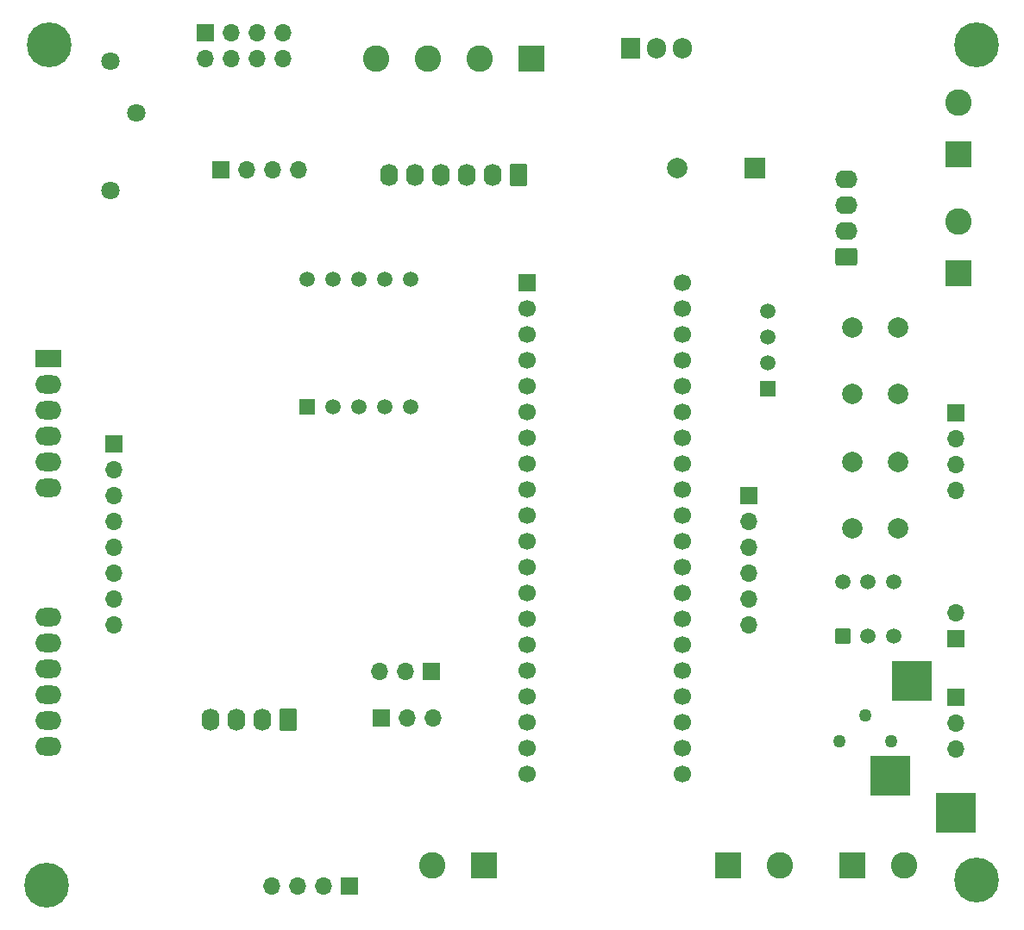
<source format=gbs>
G04 #@! TF.GenerationSoftware,KiCad,Pcbnew,8.0.1*
G04 #@! TF.CreationDate,2024-03-31T20:51:03-03:00*
G04 #@! TF.ProjectId,Shield STM32 Bluepill,53686965-6c64-4205-9354-4d333220426c,2.0*
G04 #@! TF.SameCoordinates,Original*
G04 #@! TF.FileFunction,Soldermask,Bot*
G04 #@! TF.FilePolarity,Negative*
%FSLAX46Y46*%
G04 Gerber Fmt 4.6, Leading zero omitted, Abs format (unit mm)*
G04 Created by KiCad (PCBNEW 8.0.1) date 2024-03-31 20:51:03*
%MOMM*%
%LPD*%
G01*
G04 APERTURE LIST*
G04 Aperture macros list*
%AMRoundRect*
0 Rectangle with rounded corners*
0 $1 Rounding radius*
0 $2 $3 $4 $5 $6 $7 $8 $9 X,Y pos of 4 corners*
0 Add a 4 corners polygon primitive as box body*
4,1,4,$2,$3,$4,$5,$6,$7,$8,$9,$2,$3,0*
0 Add four circle primitives for the rounded corners*
1,1,$1+$1,$2,$3*
1,1,$1+$1,$4,$5*
1,1,$1+$1,$6,$7*
1,1,$1+$1,$8,$9*
0 Add four rect primitives between the rounded corners*
20,1,$1+$1,$2,$3,$4,$5,0*
20,1,$1+$1,$4,$5,$6,$7,0*
20,1,$1+$1,$6,$7,$8,$9,0*
20,1,$1+$1,$8,$9,$2,$3,0*%
G04 Aperture macros list end*
%ADD10C,2.600000*%
%ADD11R,2.600000X2.600000*%
%ADD12RoundRect,0.250000X0.620000X0.845000X-0.620000X0.845000X-0.620000X-0.845000X0.620000X-0.845000X0*%
%ADD13O,1.740000X2.190000*%
%ADD14C,0.700000*%
%ADD15C,4.400000*%
%ADD16R,1.500000X1.500000*%
%ADD17C,1.500000*%
%ADD18R,1.700000X1.700000*%
%ADD19O,1.700000X1.700000*%
%ADD20C,2.000000*%
%ADD21R,2.000000X2.000000*%
%ADD22R,1.905000X2.000000*%
%ADD23O,1.905000X2.000000*%
%ADD24RoundRect,0.102000X-0.654000X-0.654000X0.654000X-0.654000X0.654000X0.654000X-0.654000X0.654000X0*%
%ADD25C,1.512000*%
%ADD26R,2.600000X1.800000*%
%ADD27O,2.600000X1.800000*%
%ADD28RoundRect,0.250000X0.845000X-0.620000X0.845000X0.620000X-0.845000X0.620000X-0.845000X-0.620000X0*%
%ADD29O,2.190000X1.740000*%
%ADD30C,1.700000*%
%ADD31C,1.800000*%
%ADD32C,1.260000*%
%ADD33R,4.000000X4.000000*%
G04 APERTURE END LIST*
D10*
X157475000Y-111557000D03*
D11*
X162555000Y-111557000D03*
D12*
X165862000Y-43688000D03*
D13*
X163322000Y-43688000D03*
X160782000Y-43688000D03*
X158242000Y-43688000D03*
X155702000Y-43688000D03*
X153162000Y-43688000D03*
D14*
X209250000Y-30900000D03*
X209733274Y-29733274D03*
X209733274Y-32066726D03*
X210900000Y-29250000D03*
D15*
X210900000Y-30900000D03*
D14*
X210900000Y-32550000D03*
X212066726Y-29733274D03*
X212066726Y-32066726D03*
X212550000Y-30900000D03*
D16*
X145186400Y-66471800D03*
D17*
X147726400Y-66471800D03*
X150266400Y-66471800D03*
X152806400Y-66471800D03*
X155346400Y-66471800D03*
X155346400Y-53971800D03*
X152806400Y-53971800D03*
X150266400Y-53971800D03*
X147726400Y-53971800D03*
X145186400Y-53971800D03*
D11*
X209093000Y-41661000D03*
D10*
X209093000Y-36581000D03*
D18*
X136652000Y-43180000D03*
D19*
X139192000Y-43180000D03*
X141732000Y-43180000D03*
X144272000Y-43180000D03*
D18*
X208788000Y-89281000D03*
D19*
X208788000Y-86741000D03*
D20*
X198628000Y-65226000D03*
X198628000Y-58726000D03*
X203128000Y-65226000D03*
X203128000Y-58726000D03*
D21*
X189083000Y-43053000D03*
D20*
X181483000Y-43053000D03*
D11*
X198628000Y-111506000D03*
D10*
X203708000Y-111506000D03*
D22*
X176911000Y-31242000D03*
D23*
X179451000Y-31242000D03*
X181991000Y-31242000D03*
D18*
X149322000Y-113538000D03*
D19*
X146782000Y-113538000D03*
X144242000Y-113538000D03*
X141702000Y-113538000D03*
D16*
X190350000Y-64750000D03*
D17*
X190350000Y-62210000D03*
X190350000Y-59670000D03*
X190350000Y-57130000D03*
D18*
X152400000Y-97028000D03*
D19*
X154940000Y-97028000D03*
X157480000Y-97028000D03*
D14*
X118183274Y-30933274D03*
X118666548Y-29766548D03*
X118666548Y-32100000D03*
X119833274Y-29283274D03*
D15*
X119833274Y-30933274D03*
D14*
X119833274Y-32583274D03*
X121000000Y-29766548D03*
X121000000Y-32100000D03*
X121483274Y-30933274D03*
D18*
X208788000Y-67056000D03*
D19*
X208788000Y-69596000D03*
X208788000Y-72136000D03*
X208788000Y-74676000D03*
D14*
X209250000Y-113000000D03*
X209733274Y-111833274D03*
X209733274Y-114166726D03*
X210900000Y-111350000D03*
D15*
X210900000Y-113000000D03*
D14*
X210900000Y-114650000D03*
X212066726Y-111833274D03*
X212066726Y-114166726D03*
X212550000Y-113000000D03*
X117960274Y-113514274D03*
X118443548Y-112347548D03*
X118443548Y-114681000D03*
X119610274Y-111864274D03*
D15*
X119610274Y-113514274D03*
D14*
X119610274Y-115164274D03*
X120777000Y-112347548D03*
X120777000Y-114681000D03*
X121260274Y-113514274D03*
D24*
X197702000Y-89060000D03*
D25*
X200202000Y-89060000D03*
X202702000Y-89060000D03*
X197702000Y-83660000D03*
X200202000Y-83660000D03*
X202702000Y-83660000D03*
D26*
X119786400Y-61722000D03*
D27*
X119786400Y-64262000D03*
X119786400Y-66802000D03*
X119786400Y-69342000D03*
X119786400Y-71882000D03*
X119786400Y-74422000D03*
X119786400Y-87122000D03*
X119786400Y-89662000D03*
X119786400Y-92202000D03*
X119786400Y-94742000D03*
X119786400Y-97282000D03*
X119786400Y-99822000D03*
D18*
X208788000Y-95040000D03*
D19*
X208788000Y-97580000D03*
X208788000Y-100120000D03*
D18*
X157338000Y-92456000D03*
D19*
X154798000Y-92456000D03*
X152258000Y-92456000D03*
D12*
X143256000Y-97262000D03*
D13*
X140716000Y-97262000D03*
X138176000Y-97262000D03*
X135636000Y-97262000D03*
D20*
X198628000Y-78434000D03*
X198628000Y-71934000D03*
X203128000Y-78434000D03*
X203128000Y-71934000D03*
D28*
X198100000Y-51770000D03*
D29*
X198100000Y-49230000D03*
X198100000Y-46690000D03*
X198100000Y-44150000D03*
D30*
X181975000Y-102605000D03*
X181975000Y-100065000D03*
X181975000Y-97525000D03*
X181975000Y-94985000D03*
X181975000Y-92445000D03*
X181975000Y-89905000D03*
X181975000Y-87365000D03*
X181975000Y-84825000D03*
X181975000Y-82285000D03*
X181975000Y-79745000D03*
X181975000Y-77205000D03*
X181975000Y-74665000D03*
X181975000Y-72125000D03*
X181975000Y-69585000D03*
X181975000Y-67045000D03*
X181975000Y-64505000D03*
X181975000Y-61965000D03*
X181975000Y-59425000D03*
X181975000Y-56885000D03*
X181975000Y-54345000D03*
D18*
X166735000Y-54345000D03*
D30*
X166735000Y-56885000D03*
X166735000Y-59425000D03*
X166735000Y-61965000D03*
X166735000Y-64505000D03*
X166735000Y-67045000D03*
X166735000Y-69585000D03*
X166735000Y-72125000D03*
X166735000Y-74665000D03*
X166735000Y-77205000D03*
X166735000Y-79745000D03*
X166735000Y-82285000D03*
X166735000Y-84825000D03*
X166735000Y-87365000D03*
X166735000Y-89905000D03*
X166735000Y-92445000D03*
X166735000Y-94985000D03*
X166735000Y-97525000D03*
X166735000Y-100065000D03*
X166735000Y-102605000D03*
D11*
X167132000Y-32258000D03*
D10*
X162052000Y-32258000D03*
X156972000Y-32258000D03*
X151892000Y-32258000D03*
D18*
X188468000Y-75184000D03*
D19*
X188468000Y-77724000D03*
X188468000Y-80264000D03*
X188468000Y-82804000D03*
X188468000Y-85344000D03*
X188468000Y-87884000D03*
D31*
X125860000Y-45220000D03*
X128400000Y-37600000D03*
X125860000Y-32520000D03*
D11*
X186436000Y-111570000D03*
D10*
X191516000Y-111570000D03*
D32*
X197358000Y-99314000D03*
X199898000Y-96774000D03*
X202438000Y-99314000D03*
D18*
X135128000Y-29718000D03*
D19*
X135128000Y-32258000D03*
X137668000Y-29718000D03*
X137668000Y-32258000D03*
X140208000Y-29718000D03*
X140208000Y-32258000D03*
X142748000Y-29718000D03*
X142748000Y-32258000D03*
D18*
X126170000Y-70110000D03*
D19*
X126170000Y-72650000D03*
X126170000Y-75190000D03*
X126170000Y-77730000D03*
X126170000Y-80270000D03*
X126170000Y-82810000D03*
X126170000Y-85350000D03*
X126170000Y-87890000D03*
D11*
X209042000Y-53340000D03*
D10*
X209042000Y-48260000D03*
D33*
X204500000Y-93400000D03*
X202400000Y-102700000D03*
X208800000Y-106400000D03*
M02*

</source>
